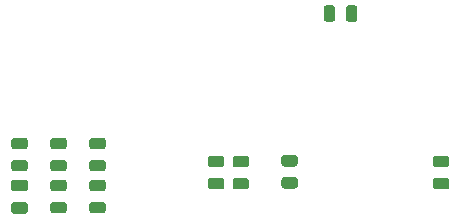
<source format=gbr>
G04 #@! TF.GenerationSoftware,KiCad,Pcbnew,5.1.9*
G04 #@! TF.CreationDate,2021-04-13T21:33:03+08:00*
G04 #@! TF.ProjectId,digital-amplifier2,64696769-7461-46c2-9d61-6d706c696669,rev?*
G04 #@! TF.SameCoordinates,Original*
G04 #@! TF.FileFunction,Paste,Bot*
G04 #@! TF.FilePolarity,Positive*
%FSLAX46Y46*%
G04 Gerber Fmt 4.6, Leading zero omitted, Abs format (unit mm)*
G04 Created by KiCad (PCBNEW 5.1.9) date 2021-04-13 21:33:03*
%MOMM*%
%LPD*%
G01*
G04 APERTURE LIST*
G04 APERTURE END LIST*
G36*
G01*
X98839000Y-142055000D02*
X99789000Y-142055000D01*
G75*
G02*
X100039000Y-142305000I0J-250000D01*
G01*
X100039000Y-142805000D01*
G75*
G02*
X99789000Y-143055000I-250000J0D01*
G01*
X98839000Y-143055000D01*
G75*
G02*
X98589000Y-142805000I0J250000D01*
G01*
X98589000Y-142305000D01*
G75*
G02*
X98839000Y-142055000I250000J0D01*
G01*
G37*
G36*
G01*
X98839000Y-140155000D02*
X99789000Y-140155000D01*
G75*
G02*
X100039000Y-140405000I0J-250000D01*
G01*
X100039000Y-140905000D01*
G75*
G02*
X99789000Y-141155000I-250000J0D01*
G01*
X98839000Y-141155000D01*
G75*
G02*
X98589000Y-140905000I0J250000D01*
G01*
X98589000Y-140405000D01*
G75*
G02*
X98839000Y-140155000I250000J0D01*
G01*
G37*
G36*
G01*
X127917000Y-125654750D02*
X127917000Y-126567250D01*
G75*
G02*
X127673250Y-126811000I-243750J0D01*
G01*
X127185750Y-126811000D01*
G75*
G02*
X126942000Y-126567250I0J243750D01*
G01*
X126942000Y-125654750D01*
G75*
G02*
X127185750Y-125411000I243750J0D01*
G01*
X127673250Y-125411000D01*
G75*
G02*
X127917000Y-125654750I0J-243750D01*
G01*
G37*
G36*
G01*
X126042000Y-125654750D02*
X126042000Y-126567250D01*
G75*
G02*
X125798250Y-126811000I-243750J0D01*
G01*
X125310750Y-126811000D01*
G75*
G02*
X125067000Y-126567250I0J243750D01*
G01*
X125067000Y-125654750D01*
G75*
G02*
X125310750Y-125411000I243750J0D01*
G01*
X125798250Y-125411000D01*
G75*
G02*
X126042000Y-125654750I0J-243750D01*
G01*
G37*
G36*
G01*
X122630250Y-139059500D02*
X121717750Y-139059500D01*
G75*
G02*
X121474000Y-138815750I0J243750D01*
G01*
X121474000Y-138328250D01*
G75*
G02*
X121717750Y-138084500I243750J0D01*
G01*
X122630250Y-138084500D01*
G75*
G02*
X122874000Y-138328250I0J-243750D01*
G01*
X122874000Y-138815750D01*
G75*
G02*
X122630250Y-139059500I-243750J0D01*
G01*
G37*
G36*
G01*
X122630250Y-140934500D02*
X121717750Y-140934500D01*
G75*
G02*
X121474000Y-140690750I0J243750D01*
G01*
X121474000Y-140203250D01*
G75*
G02*
X121717750Y-139959500I243750J0D01*
G01*
X122630250Y-139959500D01*
G75*
G02*
X122874000Y-140203250I0J-243750D01*
G01*
X122874000Y-140690750D01*
G75*
G02*
X122630250Y-140934500I-243750J0D01*
G01*
G37*
G36*
G01*
X102159750Y-140180000D02*
X103072250Y-140180000D01*
G75*
G02*
X103316000Y-140423750I0J-243750D01*
G01*
X103316000Y-140911250D01*
G75*
G02*
X103072250Y-141155000I-243750J0D01*
G01*
X102159750Y-141155000D01*
G75*
G02*
X101916000Y-140911250I0J243750D01*
G01*
X101916000Y-140423750D01*
G75*
G02*
X102159750Y-140180000I243750J0D01*
G01*
G37*
G36*
G01*
X102159750Y-142055000D02*
X103072250Y-142055000D01*
G75*
G02*
X103316000Y-142298750I0J-243750D01*
G01*
X103316000Y-142786250D01*
G75*
G02*
X103072250Y-143030000I-243750J0D01*
G01*
X102159750Y-143030000D01*
G75*
G02*
X101916000Y-142786250I0J243750D01*
G01*
X101916000Y-142298750D01*
G75*
G02*
X102159750Y-142055000I243750J0D01*
G01*
G37*
G36*
G01*
X135457250Y-140998000D02*
X134544750Y-140998000D01*
G75*
G02*
X134301000Y-140754250I0J243750D01*
G01*
X134301000Y-140266750D01*
G75*
G02*
X134544750Y-140023000I243750J0D01*
G01*
X135457250Y-140023000D01*
G75*
G02*
X135701000Y-140266750I0J-243750D01*
G01*
X135701000Y-140754250D01*
G75*
G02*
X135457250Y-140998000I-243750J0D01*
G01*
G37*
G36*
G01*
X135457250Y-139123000D02*
X134544750Y-139123000D01*
G75*
G02*
X134301000Y-138879250I0J243750D01*
G01*
X134301000Y-138391750D01*
G75*
G02*
X134544750Y-138148000I243750J0D01*
G01*
X135457250Y-138148000D01*
G75*
G02*
X135701000Y-138391750I0J-243750D01*
G01*
X135701000Y-138879250D01*
G75*
G02*
X135457250Y-139123000I-243750J0D01*
G01*
G37*
G36*
G01*
X105461750Y-142055000D02*
X106374250Y-142055000D01*
G75*
G02*
X106618000Y-142298750I0J-243750D01*
G01*
X106618000Y-142786250D01*
G75*
G02*
X106374250Y-143030000I-243750J0D01*
G01*
X105461750Y-143030000D01*
G75*
G02*
X105218000Y-142786250I0J243750D01*
G01*
X105218000Y-142298750D01*
G75*
G02*
X105461750Y-142055000I243750J0D01*
G01*
G37*
G36*
G01*
X105461750Y-140180000D02*
X106374250Y-140180000D01*
G75*
G02*
X106618000Y-140423750I0J-243750D01*
G01*
X106618000Y-140911250D01*
G75*
G02*
X106374250Y-141155000I-243750J0D01*
G01*
X105461750Y-141155000D01*
G75*
G02*
X105218000Y-140911250I0J243750D01*
G01*
X105218000Y-140423750D01*
G75*
G02*
X105461750Y-140180000I243750J0D01*
G01*
G37*
G36*
G01*
X98857750Y-138499000D02*
X99770250Y-138499000D01*
G75*
G02*
X100014000Y-138742750I0J-243750D01*
G01*
X100014000Y-139230250D01*
G75*
G02*
X99770250Y-139474000I-243750J0D01*
G01*
X98857750Y-139474000D01*
G75*
G02*
X98614000Y-139230250I0J243750D01*
G01*
X98614000Y-138742750D01*
G75*
G02*
X98857750Y-138499000I243750J0D01*
G01*
G37*
G36*
G01*
X98857750Y-136624000D02*
X99770250Y-136624000D01*
G75*
G02*
X100014000Y-136867750I0J-243750D01*
G01*
X100014000Y-137355250D01*
G75*
G02*
X99770250Y-137599000I-243750J0D01*
G01*
X98857750Y-137599000D01*
G75*
G02*
X98614000Y-137355250I0J243750D01*
G01*
X98614000Y-136867750D01*
G75*
G02*
X98857750Y-136624000I243750J0D01*
G01*
G37*
G36*
G01*
X102159750Y-136624000D02*
X103072250Y-136624000D01*
G75*
G02*
X103316000Y-136867750I0J-243750D01*
G01*
X103316000Y-137355250D01*
G75*
G02*
X103072250Y-137599000I-243750J0D01*
G01*
X102159750Y-137599000D01*
G75*
G02*
X101916000Y-137355250I0J243750D01*
G01*
X101916000Y-136867750D01*
G75*
G02*
X102159750Y-136624000I243750J0D01*
G01*
G37*
G36*
G01*
X102159750Y-138499000D02*
X103072250Y-138499000D01*
G75*
G02*
X103316000Y-138742750I0J-243750D01*
G01*
X103316000Y-139230250D01*
G75*
G02*
X103072250Y-139474000I-243750J0D01*
G01*
X102159750Y-139474000D01*
G75*
G02*
X101916000Y-139230250I0J243750D01*
G01*
X101916000Y-138742750D01*
G75*
G02*
X102159750Y-138499000I243750J0D01*
G01*
G37*
G36*
G01*
X105461750Y-138499000D02*
X106374250Y-138499000D01*
G75*
G02*
X106618000Y-138742750I0J-243750D01*
G01*
X106618000Y-139230250D01*
G75*
G02*
X106374250Y-139474000I-243750J0D01*
G01*
X105461750Y-139474000D01*
G75*
G02*
X105218000Y-139230250I0J243750D01*
G01*
X105218000Y-138742750D01*
G75*
G02*
X105461750Y-138499000I243750J0D01*
G01*
G37*
G36*
G01*
X105461750Y-136624000D02*
X106374250Y-136624000D01*
G75*
G02*
X106618000Y-136867750I0J-243750D01*
G01*
X106618000Y-137355250D01*
G75*
G02*
X106374250Y-137599000I-243750J0D01*
G01*
X105461750Y-137599000D01*
G75*
G02*
X105218000Y-137355250I0J243750D01*
G01*
X105218000Y-136867750D01*
G75*
G02*
X105461750Y-136624000I243750J0D01*
G01*
G37*
G36*
G01*
X118502750Y-140998000D02*
X117590250Y-140998000D01*
G75*
G02*
X117346500Y-140754250I0J243750D01*
G01*
X117346500Y-140266750D01*
G75*
G02*
X117590250Y-140023000I243750J0D01*
G01*
X118502750Y-140023000D01*
G75*
G02*
X118746500Y-140266750I0J-243750D01*
G01*
X118746500Y-140754250D01*
G75*
G02*
X118502750Y-140998000I-243750J0D01*
G01*
G37*
G36*
G01*
X118502750Y-139123000D02*
X117590250Y-139123000D01*
G75*
G02*
X117346500Y-138879250I0J243750D01*
G01*
X117346500Y-138391750D01*
G75*
G02*
X117590250Y-138148000I243750J0D01*
G01*
X118502750Y-138148000D01*
G75*
G02*
X118746500Y-138391750I0J-243750D01*
G01*
X118746500Y-138879250D01*
G75*
G02*
X118502750Y-139123000I-243750J0D01*
G01*
G37*
G36*
G01*
X116407250Y-139123000D02*
X115494750Y-139123000D01*
G75*
G02*
X115251000Y-138879250I0J243750D01*
G01*
X115251000Y-138391750D01*
G75*
G02*
X115494750Y-138148000I243750J0D01*
G01*
X116407250Y-138148000D01*
G75*
G02*
X116651000Y-138391750I0J-243750D01*
G01*
X116651000Y-138879250D01*
G75*
G02*
X116407250Y-139123000I-243750J0D01*
G01*
G37*
G36*
G01*
X116407250Y-140998000D02*
X115494750Y-140998000D01*
G75*
G02*
X115251000Y-140754250I0J243750D01*
G01*
X115251000Y-140266750D01*
G75*
G02*
X115494750Y-140023000I243750J0D01*
G01*
X116407250Y-140023000D01*
G75*
G02*
X116651000Y-140266750I0J-243750D01*
G01*
X116651000Y-140754250D01*
G75*
G02*
X116407250Y-140998000I-243750J0D01*
G01*
G37*
M02*

</source>
